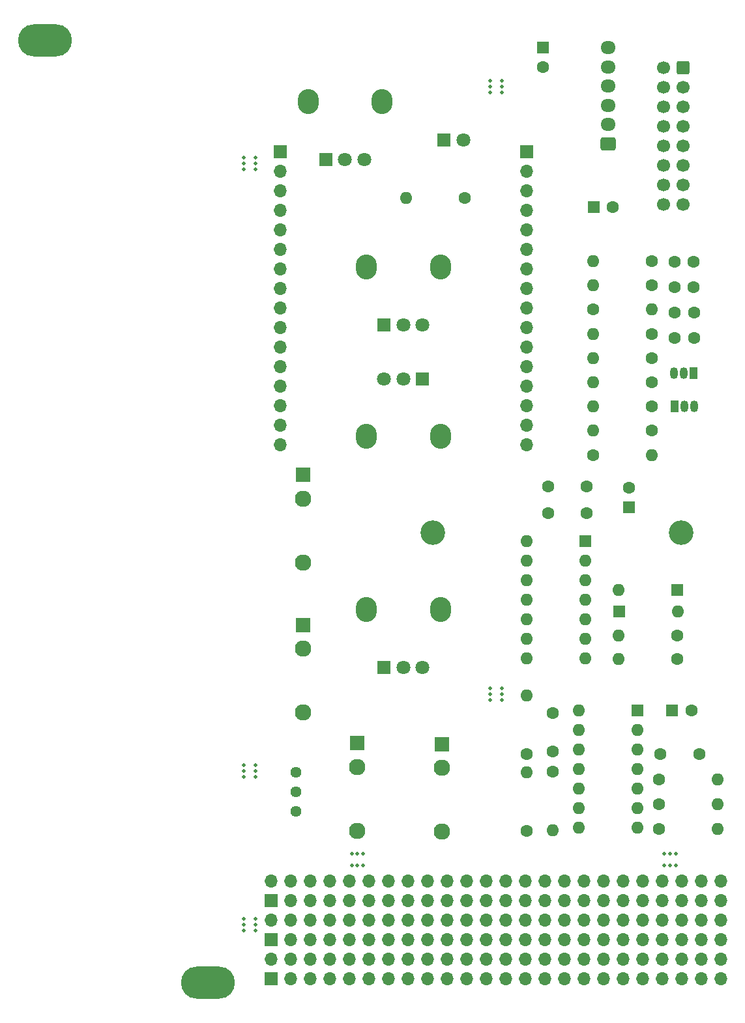
<source format=gbr>
%TF.GenerationSoftware,KiCad,Pcbnew,7.0.9*%
%TF.CreationDate,2023-12-08T20:00:54+01:00*%
%TF.ProjectId,MiniOSC,4d696e69-4f53-4432-9e6b-696361645f70,rev?*%
%TF.SameCoordinates,Original*%
%TF.FileFunction,Soldermask,Bot*%
%TF.FilePolarity,Negative*%
%FSLAX46Y46*%
G04 Gerber Fmt 4.6, Leading zero omitted, Abs format (unit mm)*
G04 Created by KiCad (PCBNEW 7.0.9) date 2023-12-08 20:00:54*
%MOMM*%
%LPD*%
G01*
G04 APERTURE LIST*
G04 Aperture macros list*
%AMRoundRect*
0 Rectangle with rounded corners*
0 $1 Rounding radius*
0 $2 $3 $4 $5 $6 $7 $8 $9 X,Y pos of 4 corners*
0 Add a 4 corners polygon primitive as box body*
4,1,4,$2,$3,$4,$5,$6,$7,$8,$9,$2,$3,0*
0 Add four circle primitives for the rounded corners*
1,1,$1+$1,$2,$3*
1,1,$1+$1,$4,$5*
1,1,$1+$1,$6,$7*
1,1,$1+$1,$8,$9*
0 Add four rect primitives between the rounded corners*
20,1,$1+$1,$2,$3,$4,$5,0*
20,1,$1+$1,$4,$5,$6,$7,0*
20,1,$1+$1,$6,$7,$8,$9,0*
20,1,$1+$1,$8,$9,$2,$3,0*%
G04 Aperture macros list end*
%ADD10O,1.700000X1.700000*%
%ADD11R,1.700000X1.700000*%
%ADD12C,0.500000*%
%ADD13O,7.000000X4.200000*%
%ADD14O,2.720000X3.240000*%
%ADD15C,1.800000*%
%ADD16R,1.800000X1.800000*%
%ADD17C,3.200000*%
%ADD18C,1.440000*%
%ADD19C,1.600000*%
%ADD20R,1.600000X1.600000*%
%ADD21O,1.600000X1.600000*%
%ADD22C,2.130000*%
%ADD23R,1.930000X1.830000*%
%ADD24RoundRect,0.250000X0.725000X-0.600000X0.725000X0.600000X-0.725000X0.600000X-0.725000X-0.600000X0*%
%ADD25O,1.950000X1.700000*%
%ADD26RoundRect,0.250000X0.600000X0.600000X-0.600000X0.600000X-0.600000X-0.600000X0.600000X-0.600000X0*%
%ADD27C,1.700000*%
%ADD28R,1.050000X1.500000*%
%ADD29O,1.050000X1.500000*%
G04 APERTURE END LIST*
D10*
%TO.C,REF\u002A\u002A*%
X132257800Y-167436800D03*
X132257800Y-169976800D03*
X129717800Y-167436800D03*
X129717800Y-169976800D03*
X127177800Y-167436800D03*
X127177800Y-169976800D03*
X124637800Y-167436800D03*
X124637800Y-169976800D03*
X122097800Y-167436800D03*
X122097800Y-169976800D03*
X119557800Y-167436800D03*
X119557800Y-169976800D03*
X117017800Y-167436800D03*
X117017800Y-169976800D03*
X114477800Y-167436800D03*
X114477800Y-169976800D03*
X111937800Y-167436800D03*
X111937800Y-169976800D03*
X109397800Y-167436800D03*
X109397800Y-169976800D03*
X106857800Y-167436800D03*
X106857800Y-169976800D03*
X104317800Y-167436800D03*
X104317800Y-169976800D03*
X101777800Y-167436800D03*
X101777800Y-169976800D03*
X99237800Y-167436800D03*
X99237800Y-169976800D03*
X96697800Y-167436800D03*
X96697800Y-169976800D03*
X94157800Y-167436800D03*
X94157800Y-169976800D03*
X91617800Y-167436800D03*
X91617800Y-169976800D03*
X89077800Y-167436800D03*
X89077800Y-169976800D03*
X86537800Y-167436800D03*
X86537800Y-169976800D03*
X83997800Y-167436800D03*
X83997800Y-169976800D03*
X81457800Y-167436800D03*
X81457800Y-169976800D03*
X78917800Y-167436800D03*
X78917800Y-169976800D03*
X76377800Y-167436800D03*
X76377800Y-169976800D03*
X73837800Y-167436800D03*
D11*
X73837800Y-169976800D03*
%TD*%
%TO.C,REF\u002A\u002A*%
X73837800Y-164896800D03*
D10*
X73837800Y-162356800D03*
X76377800Y-164896800D03*
X76377800Y-162356800D03*
X78917800Y-164896800D03*
X78917800Y-162356800D03*
X81457800Y-164896800D03*
X81457800Y-162356800D03*
X83997800Y-164896800D03*
X83997800Y-162356800D03*
X86537800Y-164896800D03*
X86537800Y-162356800D03*
X89077800Y-164896800D03*
X89077800Y-162356800D03*
X91617800Y-164896800D03*
X91617800Y-162356800D03*
X94157800Y-164896800D03*
X94157800Y-162356800D03*
X96697800Y-164896800D03*
X96697800Y-162356800D03*
X99237800Y-164896800D03*
X99237800Y-162356800D03*
X101777800Y-164896800D03*
X101777800Y-162356800D03*
X104317800Y-164896800D03*
X104317800Y-162356800D03*
X106857800Y-164896800D03*
X106857800Y-162356800D03*
X109397800Y-164896800D03*
X109397800Y-162356800D03*
X111937800Y-164896800D03*
X111937800Y-162356800D03*
X114477800Y-164896800D03*
X114477800Y-162356800D03*
X117017800Y-164896800D03*
X117017800Y-162356800D03*
X119557800Y-164896800D03*
X119557800Y-162356800D03*
X122097800Y-164896800D03*
X122097800Y-162356800D03*
X124637800Y-164896800D03*
X124637800Y-162356800D03*
X127177800Y-164896800D03*
X127177800Y-162356800D03*
X129717800Y-164896800D03*
X129717800Y-162356800D03*
X132257800Y-164896800D03*
X132257800Y-162356800D03*
%TD*%
D11*
%TO.C,REF\u002A\u002A*%
X73837800Y-159816800D03*
D10*
X73837800Y-157276800D03*
X76377800Y-159816800D03*
X76377800Y-157276800D03*
X78917800Y-159816800D03*
X78917800Y-157276800D03*
X81457800Y-159816800D03*
X81457800Y-157276800D03*
X83997800Y-159816800D03*
X83997800Y-157276800D03*
X86537800Y-159816800D03*
X86537800Y-157276800D03*
X89077800Y-159816800D03*
X89077800Y-157276800D03*
X91617800Y-159816800D03*
X91617800Y-157276800D03*
X94157800Y-159816800D03*
X94157800Y-157276800D03*
X96697800Y-159816800D03*
X96697800Y-157276800D03*
X99237800Y-159816800D03*
X99237800Y-157276800D03*
X101777800Y-159816800D03*
X101777800Y-157276800D03*
X104317800Y-159816800D03*
X104317800Y-157276800D03*
X106857800Y-159816800D03*
X106857800Y-157276800D03*
X109397800Y-159816800D03*
X109397800Y-157276800D03*
X111937800Y-159816800D03*
X111937800Y-157276800D03*
X114477800Y-159816800D03*
X114477800Y-157276800D03*
X117017800Y-159816800D03*
X117017800Y-157276800D03*
X119557800Y-159816800D03*
X119557800Y-157276800D03*
X122097800Y-159816800D03*
X122097800Y-157276800D03*
X124637800Y-159816800D03*
X124637800Y-157276800D03*
X127177800Y-159816800D03*
X127177800Y-157276800D03*
X129717800Y-159816800D03*
X129717800Y-157276800D03*
X132257800Y-159816800D03*
X132257800Y-157276800D03*
%TD*%
D12*
%TO.C,mouse-bite-2mm-slot*%
X124877200Y-153746200D03*
X126377200Y-153746200D03*
X126377200Y-155246200D03*
X124877200Y-155246200D03*
X125627200Y-153746200D03*
X125627200Y-155246200D03*
%TD*%
%TO.C,mouse-bite-2mm-slot*%
X84277200Y-153746200D03*
X85777200Y-153746200D03*
X85777200Y-155246200D03*
X84277200Y-155246200D03*
X85027200Y-153746200D03*
X85027200Y-155246200D03*
%TD*%
%TO.C,mouse-bite-2mm-slot*%
X70250000Y-162990000D03*
X71750000Y-162990000D03*
X70250000Y-162240000D03*
X70250000Y-163740000D03*
X71750000Y-163740000D03*
X71750000Y-162240000D03*
%TD*%
D13*
%TO.C,REF\u002A\u002A*%
X65600000Y-170500000D03*
%TD*%
%TO.C,REF\u002A\u002A*%
X44400000Y-48000000D03*
%TD*%
D14*
%TO.C,FM_AMOUNT1*%
X95800000Y-99500000D03*
X86200000Y-99500000D03*
D15*
X91000000Y-92000000D03*
X88500000Y-92000000D03*
D16*
X93500000Y-92000000D03*
%TD*%
D14*
%TO.C,PULSE_WIDTH1*%
X86200000Y-122000000D03*
X95800000Y-122000000D03*
D15*
X91000000Y-129500000D03*
X93500000Y-129500000D03*
D16*
X88500000Y-129500000D03*
%TD*%
D14*
%TO.C,TUNING_COARSE1*%
X78600000Y-56000000D03*
X88200000Y-56000000D03*
D15*
X83400000Y-63500000D03*
X85900000Y-63500000D03*
D16*
X80900000Y-63500000D03*
%TD*%
D14*
%TO.C,TUNING_FINE1*%
X86200000Y-77500000D03*
X95800000Y-77500000D03*
D15*
X91000000Y-85000000D03*
X93500000Y-85000000D03*
D16*
X88500000Y-85000000D03*
%TD*%
D12*
%TO.C,mouse-bite-2mm-slot*%
X70250000Y-64000000D03*
X71750000Y-64000000D03*
X70250000Y-63250000D03*
X70250000Y-64750000D03*
X71750000Y-64750000D03*
X71750000Y-63250000D03*
%TD*%
%TO.C,mouse-bite-2mm-slot*%
X102250000Y-54000000D03*
X103750000Y-54000000D03*
X102250000Y-53250000D03*
X102250000Y-54750000D03*
X103750000Y-54750000D03*
X103750000Y-53250000D03*
%TD*%
D17*
%TO.C,REF\u002A\u002A*%
X94800000Y-112000000D03*
%TD*%
D12*
%TO.C,mouse-bite-2mm-slot*%
X103750000Y-132250000D03*
X103750000Y-133750000D03*
X102250000Y-133750000D03*
X102250000Y-132250000D03*
X103750000Y-133000000D03*
X102250000Y-133000000D03*
%TD*%
%TO.C,mouse-bite-2mm-slot*%
X70250000Y-143000000D03*
X71750000Y-143000000D03*
X70250000Y-142250000D03*
X70250000Y-143750000D03*
X71750000Y-143750000D03*
X71750000Y-142250000D03*
%TD*%
D17*
%TO.C,REF\u002A\u002A*%
X127100000Y-112000000D03*
%TD*%
D10*
%TO.C,J2*%
X75000000Y-100600000D03*
X75000000Y-98060000D03*
X75000000Y-95520000D03*
X75000000Y-92980000D03*
X75000000Y-90440000D03*
X75000000Y-87900000D03*
X75000000Y-85360000D03*
X75000000Y-82820000D03*
X75000000Y-80280000D03*
X75000000Y-77740000D03*
X75000000Y-75200000D03*
X75000000Y-72660000D03*
X75000000Y-70120000D03*
X75000000Y-67580000D03*
X75000000Y-65040000D03*
D11*
X75000000Y-62500000D03*
%TD*%
D18*
%TO.C,SCALE1*%
X77000000Y-143170000D03*
X77000000Y-145710000D03*
X77000000Y-148250000D03*
%TD*%
D19*
%TO.C,C1*%
X109800000Y-106000000D03*
X114800000Y-106000000D03*
%TD*%
%TO.C,C2*%
X128400000Y-135100000D03*
D20*
X125900000Y-135100000D03*
%TD*%
%TO.C,C3*%
X120300000Y-108700000D03*
D19*
X120300000Y-106200000D03*
%TD*%
%TO.C,C6*%
X109800000Y-109500000D03*
X114800000Y-109500000D03*
%TD*%
%TO.C,C7*%
X124400000Y-140800000D03*
X129400000Y-140800000D03*
%TD*%
%TO.C,C8*%
X110400000Y-140500000D03*
X110400000Y-135500000D03*
%TD*%
D20*
%TO.C,D1*%
X126600000Y-119500000D03*
D21*
X118980000Y-119500000D03*
%TD*%
%TO.C,D2*%
X126620000Y-122300000D03*
D20*
X119000000Y-122300000D03*
%TD*%
D16*
%TO.C,D3*%
X96250000Y-61000000D03*
D15*
X98790000Y-61000000D03*
%TD*%
D22*
%TO.C,J3*%
X78000000Y-127100000D03*
D23*
X78000000Y-124000000D03*
D22*
X78000000Y-135400000D03*
%TD*%
%TO.C,J4*%
X78000000Y-115900000D03*
D23*
X78000000Y-104500000D03*
D22*
X78000000Y-107600000D03*
%TD*%
%TO.C,J5*%
X96000000Y-142600000D03*
D23*
X96000000Y-139500000D03*
D22*
X96000000Y-150900000D03*
%TD*%
%TO.C,J6*%
X85000000Y-150800000D03*
D23*
X85000000Y-139400000D03*
D22*
X85000000Y-142500000D03*
%TD*%
D24*
%TO.C,J7*%
X117600000Y-61450000D03*
D25*
X117600000Y-58950000D03*
X117600000Y-56450000D03*
X117600000Y-53950000D03*
X117600000Y-51450000D03*
X117600000Y-48950000D03*
%TD*%
D26*
%TO.C,J8*%
X127300000Y-51600000D03*
D27*
X127300000Y-54140000D03*
X127300000Y-56680000D03*
X127300000Y-59220000D03*
X127300000Y-61760000D03*
X127300000Y-64300000D03*
X127300000Y-66840000D03*
X127300000Y-69380000D03*
X124760000Y-51600000D03*
X124760000Y-54140000D03*
X124760000Y-56680000D03*
X124760000Y-59220000D03*
X124760000Y-61760000D03*
X124760000Y-64300000D03*
X124760000Y-66840000D03*
X124760000Y-69380000D03*
%TD*%
D28*
%TO.C,Q1*%
X128700000Y-91300000D03*
D29*
X126160000Y-91300000D03*
X127430000Y-91300000D03*
%TD*%
%TO.C,Q2*%
X127470000Y-95600000D03*
X128740000Y-95600000D03*
D28*
X126200000Y-95600000D03*
%TD*%
D19*
%TO.C,R1*%
X123250000Y-89300000D03*
D21*
X115630000Y-89300000D03*
%TD*%
%TO.C,R2*%
X115630000Y-86150000D03*
D19*
X123250000Y-86150000D03*
%TD*%
D21*
%TO.C,R3*%
X115630000Y-79850000D03*
D19*
X123250000Y-79850000D03*
%TD*%
%TO.C,R4*%
X123250000Y-76700000D03*
D21*
X115630000Y-76700000D03*
%TD*%
%TO.C,R5*%
X123270000Y-83000000D03*
D19*
X115650000Y-83000000D03*
%TD*%
%TO.C,R6*%
X123250000Y-92450000D03*
D21*
X115630000Y-92450000D03*
%TD*%
D19*
%TO.C,R7*%
X110400000Y-143100000D03*
D21*
X110400000Y-150720000D03*
%TD*%
%TO.C,R8*%
X118980000Y-125350000D03*
D19*
X126600000Y-125350000D03*
%TD*%
%TO.C,R9*%
X126550000Y-128450000D03*
D21*
X118930000Y-128450000D03*
%TD*%
D19*
%TO.C,R10*%
X115600000Y-101900000D03*
D21*
X123220000Y-101900000D03*
%TD*%
%TO.C,R11*%
X115630000Y-95600000D03*
D19*
X123250000Y-95600000D03*
%TD*%
%TO.C,R12*%
X123250000Y-98750000D03*
D21*
X115630000Y-98750000D03*
%TD*%
D19*
%TO.C,R13*%
X124200000Y-144100000D03*
D21*
X131820000Y-144100000D03*
%TD*%
%TO.C,R14*%
X131820000Y-147300000D03*
D19*
X124200000Y-147300000D03*
%TD*%
D21*
%TO.C,R15*%
X131820000Y-150500000D03*
D19*
X124200000Y-150500000D03*
%TD*%
D21*
%TO.C,R16*%
X107000000Y-133180000D03*
D19*
X107000000Y-140800000D03*
%TD*%
%TO.C,R17*%
X107000000Y-150800000D03*
D21*
X107000000Y-143180000D03*
%TD*%
%TO.C,R18*%
X91380000Y-68500000D03*
D19*
X99000000Y-68500000D03*
%TD*%
%TO.C,TH1*%
X126250000Y-86700000D03*
X128750000Y-86700000D03*
%TD*%
%TO.C,TH2*%
X128750000Y-83400000D03*
X126250000Y-83400000D03*
%TD*%
%TO.C,TH3*%
X128700000Y-80100000D03*
X126200000Y-80100000D03*
%TD*%
%TO.C,TH4*%
X128700000Y-76800000D03*
X126200000Y-76800000D03*
%TD*%
D21*
%TO.C,U1*%
X113780000Y-135100000D03*
X121400000Y-150340000D03*
X113780000Y-137640000D03*
X121400000Y-147800000D03*
X113780000Y-140180000D03*
X121400000Y-145260000D03*
X113780000Y-142720000D03*
X121400000Y-142720000D03*
X113780000Y-145260000D03*
X121400000Y-140180000D03*
X113780000Y-147800000D03*
X121400000Y-137640000D03*
X113780000Y-150340000D03*
D20*
X121400000Y-135100000D03*
%TD*%
%TO.C,U2*%
X114600000Y-113100000D03*
D21*
X106980000Y-128340000D03*
X114600000Y-115640000D03*
X106980000Y-125800000D03*
X114600000Y-118180000D03*
X106980000Y-123260000D03*
X114600000Y-120720000D03*
X106980000Y-120720000D03*
X114600000Y-123260000D03*
X106980000Y-118180000D03*
X114600000Y-125800000D03*
X106980000Y-115640000D03*
X114600000Y-128340000D03*
X106980000Y-113100000D03*
%TD*%
D11*
%TO.C,J1*%
X107000000Y-62500000D03*
D10*
X107000000Y-65040000D03*
X107000000Y-67580000D03*
X107000000Y-70120000D03*
X107000000Y-72660000D03*
X107000000Y-75200000D03*
X107000000Y-77740000D03*
X107000000Y-80280000D03*
X107000000Y-82820000D03*
X107000000Y-85360000D03*
X107000000Y-87900000D03*
X107000000Y-90440000D03*
X107000000Y-92980000D03*
X107000000Y-95520000D03*
X107000000Y-98060000D03*
X107000000Y-100600000D03*
%TD*%
D19*
%TO.C,C4*%
X118200000Y-69700000D03*
D20*
X115700000Y-69700000D03*
%TD*%
%TO.C,C5*%
X109100000Y-48950000D03*
D19*
X109100000Y-51450000D03*
%TD*%
M02*

</source>
